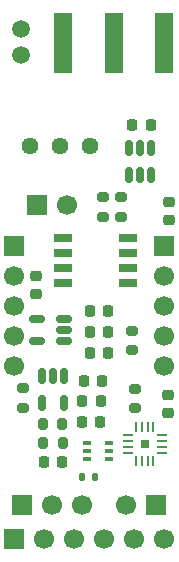
<source format=gts>
G04 #@! TF.GenerationSoftware,KiCad,Pcbnew,9.0.6*
G04 #@! TF.CreationDate,2026-01-10T17:13:08+00:00*
G04 #@! TF.ProjectId,CurrentSource,43757272-656e-4745-936f-757263652e6b,rev?*
G04 #@! TF.SameCoordinates,Original*
G04 #@! TF.FileFunction,Soldermask,Top*
G04 #@! TF.FilePolarity,Negative*
%FSLAX46Y46*%
G04 Gerber Fmt 4.6, Leading zero omitted, Abs format (unit mm)*
G04 Created by KiCad (PCBNEW 9.0.6) date 2026-01-10 17:13:08*
%MOMM*%
%LPD*%
G01*
G04 APERTURE LIST*
G04 Aperture macros list*
%AMRoundRect*
0 Rectangle with rounded corners*
0 $1 Rounding radius*
0 $2 $3 $4 $5 $6 $7 $8 $9 X,Y pos of 4 corners*
0 Add a 4 corners polygon primitive as box body*
4,1,4,$2,$3,$4,$5,$6,$7,$8,$9,$2,$3,0*
0 Add four circle primitives for the rounded corners*
1,1,$1+$1,$2,$3*
1,1,$1+$1,$4,$5*
1,1,$1+$1,$6,$7*
1,1,$1+$1,$8,$9*
0 Add four rect primitives between the rounded corners*
20,1,$1+$1,$2,$3,$4,$5,0*
20,1,$1+$1,$4,$5,$6,$7,0*
20,1,$1+$1,$6,$7,$8,$9,0*
20,1,$1+$1,$8,$9,$2,$3,0*%
G04 Aperture macros list end*
%ADD10C,1.700000*%
%ADD11R,1.700000X1.700000*%
%ADD12RoundRect,0.135000X0.135000X0.185000X-0.135000X0.185000X-0.135000X-0.185000X0.135000X-0.185000X0*%
%ADD13RoundRect,0.150000X0.512500X0.150000X-0.512500X0.150000X-0.512500X-0.150000X0.512500X-0.150000X0*%
%ADD14R,0.800000X0.800000*%
%ADD15RoundRect,0.062500X-0.062500X-0.375000X0.062500X-0.375000X0.062500X0.375000X-0.062500X0.375000X0*%
%ADD16RoundRect,0.062500X-0.375000X-0.062500X0.375000X-0.062500X0.375000X0.062500X-0.375000X0.062500X0*%
%ADD17R,1.500000X5.080000*%
%ADD18R,1.528000X0.650000*%
%ADD19RoundRect,0.200000X0.275000X-0.200000X0.275000X0.200000X-0.275000X0.200000X-0.275000X-0.200000X0*%
%ADD20RoundRect,0.200000X-0.275000X0.200000X-0.275000X-0.200000X0.275000X-0.200000X0.275000X0.200000X0*%
%ADD21RoundRect,0.225000X-0.225000X-0.250000X0.225000X-0.250000X0.225000X0.250000X-0.225000X0.250000X0*%
%ADD22C,1.500000*%
%ADD23RoundRect,0.225000X0.250000X-0.225000X0.250000X0.225000X-0.250000X0.225000X-0.250000X-0.225000X0*%
%ADD24RoundRect,0.150000X-0.150000X0.512500X-0.150000X-0.512500X0.150000X-0.512500X0.150000X0.512500X0*%
%ADD25RoundRect,0.225000X-0.250000X0.225000X-0.250000X-0.225000X0.250000X-0.225000X0.250000X0.225000X0*%
%ADD26RoundRect,0.100000X0.225000X0.100000X-0.225000X0.100000X-0.225000X-0.100000X0.225000X-0.100000X0*%
%ADD27C,1.440000*%
%ADD28RoundRect,0.225000X0.225000X0.250000X-0.225000X0.250000X-0.225000X-0.250000X0.225000X-0.250000X0*%
%ADD29RoundRect,0.218750X0.218750X0.256250X-0.218750X0.256250X-0.218750X-0.256250X0.218750X-0.256250X0*%
%ADD30RoundRect,0.200000X0.200000X0.275000X-0.200000X0.275000X-0.200000X-0.275000X0.200000X-0.275000X0*%
G04 APERTURE END LIST*
D10*
X129040000Y-108400000D03*
X126500000Y-108400000D03*
D11*
X123960000Y-108400000D03*
D12*
X130110000Y-106075000D03*
X129090000Y-106075000D03*
D13*
X125212500Y-94522500D03*
X125212500Y-92622500D03*
X127487500Y-92622500D03*
X127487500Y-93572500D03*
X127487500Y-94522500D03*
D14*
X134350000Y-103272500D03*
D15*
X133600000Y-101835000D03*
X134100000Y-101835000D03*
X134600000Y-101835000D03*
X135100000Y-101835000D03*
D16*
X135787500Y-102522500D03*
X135787500Y-103022500D03*
X135787500Y-103522500D03*
X135787500Y-104022500D03*
D15*
X135100000Y-104710000D03*
X134600000Y-104710000D03*
X134100000Y-104710000D03*
X133600000Y-104710000D03*
D16*
X132912500Y-104022500D03*
X132912500Y-103522500D03*
X132912500Y-103022500D03*
X132912500Y-102522500D03*
D17*
X131725000Y-69325000D03*
X127475000Y-69325000D03*
X135975000Y-69325000D03*
D11*
X123320000Y-86485000D03*
D10*
X123320000Y-89025000D03*
X123320000Y-91565000D03*
X123320000Y-94105000D03*
X123320000Y-96645000D03*
D11*
X136020000Y-86485000D03*
D10*
X136020000Y-89025000D03*
X136020000Y-91565000D03*
X136020000Y-94105000D03*
X136020000Y-96645000D03*
D11*
X123320000Y-111250000D03*
D10*
X125860000Y-111250000D03*
X128400000Y-111250000D03*
X130940000Y-111250000D03*
X133480000Y-111250000D03*
X136020000Y-111250000D03*
D18*
X127481774Y-85822954D03*
X127481774Y-87092954D03*
X127481774Y-88362954D03*
X127481774Y-89632954D03*
X132903774Y-89632954D03*
X132903774Y-88362954D03*
X132903774Y-87092954D03*
X132903774Y-85822954D03*
D19*
X133250000Y-95325000D03*
X133250000Y-93675000D03*
D20*
X132377802Y-82351755D03*
X132377802Y-84001755D03*
D21*
X129010000Y-101380000D03*
X130560000Y-101380000D03*
D22*
X123881597Y-68118654D03*
D23*
X136290000Y-100660000D03*
X136290000Y-99110000D03*
D19*
X124090000Y-100160000D03*
X124090000Y-98510000D03*
D23*
X125175007Y-90541678D03*
X125175007Y-88991678D03*
D24*
X127540000Y-97495000D03*
X126590000Y-97495000D03*
X125640000Y-97495000D03*
X125640000Y-99770000D03*
X127540000Y-99770000D03*
D19*
X133530000Y-100200000D03*
X133530000Y-98550000D03*
D11*
X125250000Y-82975000D03*
D10*
X127790000Y-82975000D03*
D21*
X129725000Y-93750000D03*
X131275000Y-93750000D03*
D24*
X134903847Y-78212500D03*
X133953847Y-78212500D03*
X133003847Y-78212500D03*
X133003847Y-80487500D03*
X133953847Y-80487500D03*
X134903847Y-80487500D03*
D25*
X136442953Y-82725000D03*
X136442953Y-84275000D03*
D21*
X133325000Y-76275000D03*
X134875000Y-76275000D03*
D11*
X135300000Y-108400000D03*
D10*
X132760000Y-108400000D03*
D26*
X131340000Y-104490000D03*
X131340000Y-103840000D03*
X131340000Y-103190000D03*
X129440000Y-103190000D03*
X129440000Y-103840000D03*
X129440000Y-104490000D03*
D20*
X130787802Y-82351755D03*
X130787802Y-84001755D03*
D27*
X124613399Y-77991232D03*
X127153399Y-77991232D03*
X129693399Y-77991232D03*
D28*
X127375000Y-104750000D03*
X125825000Y-104750000D03*
D29*
X131287500Y-95500000D03*
X129712500Y-95500000D03*
D21*
X129075000Y-99580000D03*
X130625000Y-99580000D03*
D30*
X127395000Y-101540000D03*
X125745000Y-101540000D03*
D22*
X123896879Y-70311183D03*
D30*
X127400000Y-103130000D03*
X125750000Y-103130000D03*
D21*
X129235000Y-97870000D03*
X130785000Y-97870000D03*
X129725000Y-92000000D03*
X131275000Y-92000000D03*
M02*

</source>
